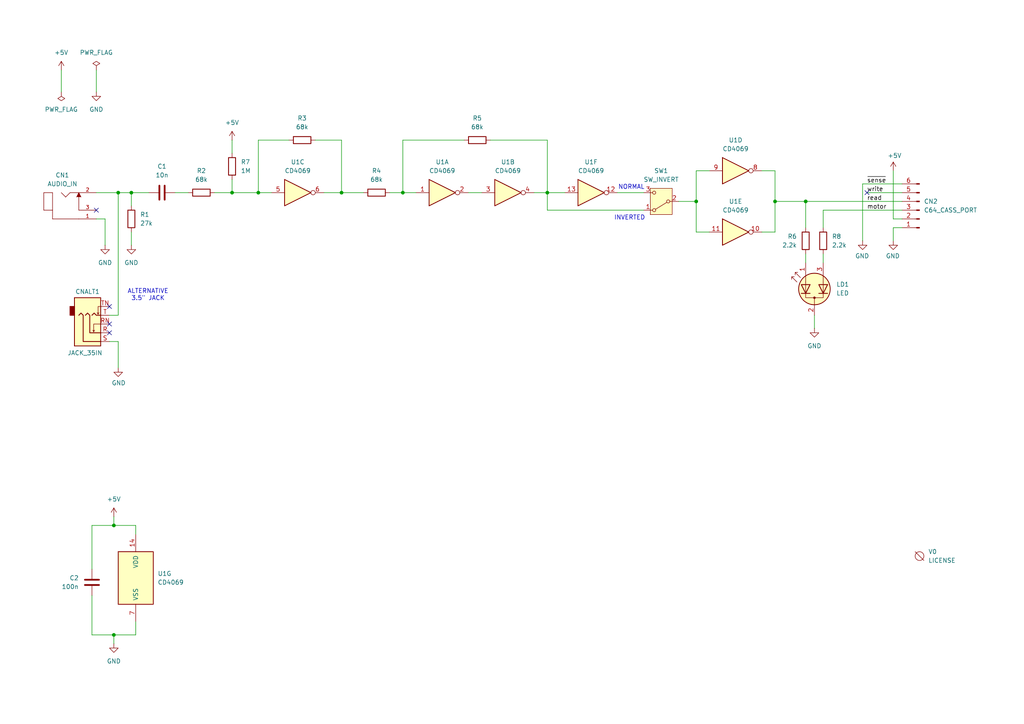
<source format=kicad_sch>
(kicad_sch (version 20231120) (generator "eeschema") (generator_version "8.0")
  (paper "A4")
  (title_block (title "MP32C64") (date "2025-02-06") (rev "1git") (company "SukkoPera") (comment 1 "Audio Device to C64 Datassette Adapter") (comment 2 "https://github.com/SukkoPera/MP32C64") (comment 3 "Original design by Kopsec"))
  (lib_symbols
    (symbol "4xxx:4069" (pin_names (offset 1.016))
      (property "Reference" "U" (at 0 1.27 0))
      (property "Value" "4069" (at 0 -1.27 0))
      (symbol "4069_1_0"
        (polyline (pts (xy -3.81 3.81) (xy -3.81 -3.81) (xy 3.81 0) (xy -3.81 3.81)) (stroke (width 0.254)) (fill (type background)))
        (pin input line (at -7.62 0 0) (length 3.81) (name "~") (number "1"))
        (pin output inverted (at 7.62 0 180) (length 3.81) (name "~") (number "2"))
      )
      (symbol "4069_2_0"
        (polyline (pts (xy -3.81 3.81) (xy -3.81 -3.81) (xy 3.81 0) (xy -3.81 3.81)) (stroke (width 0.254)) (fill (type background)))
        (pin input line (at -7.62 0 0) (length 3.81) (name "~") (number "3"))
        (pin output inverted (at 7.62 0 180) (length 3.81) (name "~") (number "4"))
      )
      (symbol "4069_3_0"
        (polyline (pts (xy -3.81 3.81) (xy -3.81 -3.81) (xy 3.81 0) (xy -3.81 3.81)) (stroke (width 0.254)) (fill (type background)))
        (pin input line (at -7.62 0 0) (length 3.81) (name "~") (number "5"))
        (pin output inverted (at 7.62 0 180) (length 3.81) (name "~") (number "6"))
      )
      (symbol "4069_4_0"
        (polyline (pts (xy -3.81 3.81) (xy -3.81 -3.81) (xy 3.81 0) (xy -3.81 3.81)) (stroke (width 0.254)) (fill (type background)))
        (pin output inverted (at 7.62 0 180) (length 3.81) (name "~") (number "8"))
        (pin input line (at -7.62 0 0) (length 3.81) (name "~") (number "9"))
      )
      (symbol "4069_5_0"
        (polyline (pts (xy -3.81 3.81) (xy -3.81 -3.81) (xy 3.81 0) (xy -3.81 3.81)) (stroke (width 0.254)) (fill (type background)))
        (pin output inverted (at 7.62 0 180) (length 3.81) (name "~") (number "10"))
        (pin input line (at -7.62 0 0) (length 3.81) (name "~") (number "11"))
      )
      (symbol "4069_6_0"
        (polyline (pts (xy -3.81 3.81) (xy -3.81 -3.81) (xy 3.81 0) (xy -3.81 3.81)) (stroke (width 0.254)) (fill (type background)))
        (pin output inverted (at 7.62 0 180) (length 3.81) (name "~") (number "12"))
        (pin input line (at -7.62 0 0) (length 3.81) (name "~") (number "13"))
      )
      (symbol "4069_7_0"
        (pin power_in line (at 0 12.7 270) (length 5.08) (name "VDD") (number "14"))
        (pin power_in line (at 0 -12.7 90) (length 5.08) (name "VSS") (number "7"))
      )
      (symbol "4069_7_1"
        (rectangle (start -5.08 7.62) (end 5.08 -7.62) (stroke (width 0.254)) (fill (type background)))
      )
    )
    (symbol "Connector:Conn_01x06_Pin" (pin_names (offset 1.016) hide)
      (property "Reference" "J" (at 0 7.62 0))
      (property "Value" "Conn_01x06_Pin" (at 0 -10.16 0))
      (symbol "Conn_01x06_Pin_1_1"
        (polyline (pts (xy 1.27 -7.62) (xy 0.8636 -7.62)) (stroke (width 0.1524)))
        (polyline (pts (xy 1.27 -5.08) (xy 0.8636 -5.08)) (stroke (width 0.1524)))
        (polyline (pts (xy 1.27 -2.54) (xy 0.8636 -2.54)) (stroke (width 0.1524)))
        (polyline (pts (xy 1.27 0) (xy 0.8636 0)) (stroke (width 0.1524)))
        (polyline (pts (xy 1.27 2.54) (xy 0.8636 2.54)) (stroke (width 0.1524)))
        (polyline (pts (xy 1.27 5.08) (xy 0.8636 5.08)) (stroke (width 0.1524)))
        (rectangle (start 0.8636 -7.493) (end 0 -7.747) (stroke (width 0.1524)) (fill (type outline)))
        (rectangle (start 0.8636 -4.953) (end 0 -5.207) (stroke (width 0.1524)) (fill (type outline)))
        (rectangle (start 0.8636 -2.413) (end 0 -2.667) (stroke (width 0.1524)) (fill (type outline)))
        (rectangle (start 0.8636 0.127) (end 0 -0.127) (stroke (width 0.1524)) (fill (type outline)))
        (rectangle (start 0.8636 2.667) (end 0 2.413) (stroke (width 0.1524)) (fill (type outline)))
        (rectangle (start 0.8636 5.207) (end 0 4.953) (stroke (width 0.1524)) (fill (type outline)))
        (pin passive line (at 5.08 5.08 180) (length 3.81) (name "Pin_1") (number "1"))
        (pin passive line (at 5.08 2.54 180) (length 3.81) (name "Pin_2") (number "2"))
        (pin passive line (at 5.08 0 180) (length 3.81) (name "Pin_3") (number "3"))
        (pin passive line (at 5.08 -2.54 180) (length 3.81) (name "Pin_4") (number "4"))
        (pin passive line (at 5.08 -5.08 180) (length 3.81) (name "Pin_5") (number "5"))
        (pin passive line (at 5.08 -7.62 180) (length 3.81) (name "Pin_6") (number "6"))
      )
    )
    (symbol "Connector_Audio:AudioJack3_SwitchTR"
      (property "Reference" "J" (at 0 8.89 0))
      (property "Value" "AudioJack3_SwitchTR" (at 0 6.35 0))
      (symbol "AudioJack3_SwitchTR_0_1"
        (rectangle (start -5.08 -5.08) (end -6.35 -7.62) (stroke (width 0.254)) (fill (type outline)))
        (polyline (pts (xy 0.508 -0.254) (xy 0.762 -0.762)))
        (polyline (pts (xy 1.778 -5.334) (xy 2.032 -5.842)))
        (polyline (pts (xy 0 -5.08) (xy 0.635 -5.715) (xy 1.27 -5.08) (xy 2.54 -5.08)) (stroke (width 0.254)))
        (polyline (pts (xy 2.54 -7.62) (xy 1.778 -7.62) (xy 1.778 -5.334) (xy 1.524 -5.842)))
        (polyline (pts (xy 2.54 -2.54) (xy 0.508 -2.54) (xy 0.508 -0.254) (xy 0.254 -0.762)))
        (polyline (pts (xy -1.905 -5.08) (xy -1.27 -5.715) (xy -0.635 -5.08) (xy -0.635 0) (xy 2.54 0)) (stroke (width 0.254)))
        (polyline (pts (xy 2.54 2.54) (xy -2.54 2.54) (xy -2.54 -5.08) (xy -3.175 -5.715) (xy -3.81 -5.08)) (stroke (width 0.254)))
        (rectangle (start 2.54 3.81) (end -5.08 -10.16) (stroke (width 0.254)) (fill (type background)))
      )
      (symbol "AudioJack3_SwitchTR_1_1"
        (pin passive line (at 5.08 0 180) (length 2.54) (name "~") (number "R"))
        (pin passive line (at 5.08 -2.54 180) (length 2.54) (name "~") (number "RN"))
        (pin passive line (at 5.08 2.54 180) (length 2.54) (name "~") (number "S"))
        (pin passive line (at 5.08 -5.08 180) (length 2.54) (name "~") (number "T"))
        (pin passive line (at 5.08 -7.62 180) (length 2.54) (name "~") (number "TN"))
      )
    )
    (symbol "Device:C" (pin_numbers hide) (pin_names (offset 0.254))
      (property "Reference" "C" (at 0.635 2.54 0))
      (property "Value" "C" (at 0.635 -2.54 0))
      (symbol "C_0_1"
        (polyline (pts (xy -2.032 -0.762) (xy 2.032 -0.762)) (stroke (width 0.508)))
        (polyline (pts (xy -2.032 0.762) (xy 2.032 0.762)) (stroke (width 0.508)))
      )
      (symbol "C_1_1"
        (pin passive line (at 0 3.81 270) (length 2.794) (name "~") (number "1"))
        (pin passive line (at 0 -3.81 90) (length 2.794) (name "~") (number "2"))
      )
    )
    (symbol "Device:LED_Dual_AKA" (pin_names (offset 0) hide)
      (property "Reference" "D" (at 0 5.715 0))
      (property "Value" "LED_Dual_AKA" (at 0 -6.35 0))
      (symbol "LED_Dual_AKA_0_1"
        (circle (center -2.54 0) (radius 0.2794) (fill (type outline)))
        (polyline (pts (xy -4.572 0) (xy -2.54 0)))
        (polyline (pts (xy -1.27 -1.27) (xy -1.27 -3.81)) (stroke (width 0.254)))
        (polyline (pts (xy -1.27 1.27) (xy -1.27 3.81)) (stroke (width 0.254)))
        (polyline (pts (xy 3.81 -2.54) (xy 1.905 -2.54)))
        (polyline (pts (xy 3.81 2.54) (xy 1.905 2.54)))
        (polyline (pts (xy 1.27 -3.81) (xy 1.27 -1.27) (xy -1.27 -2.54) (xy 1.27 -3.81)) (stroke (width 0.254)))
        (polyline (pts (xy 1.27 1.27) (xy 1.27 3.81) (xy -1.27 2.54) (xy 1.27 1.27)) (stroke (width 0.254)))
        (polyline (pts (xy 2.032 2.54) (xy -2.54 2.54) (xy -2.54 -2.54) (xy 2.032 -2.54)))
        (polyline (pts (xy 2.032 5.08) (xy 3.556 6.604) (xy 2.794 6.604) (xy 3.556 6.604) (xy 3.556 5.842)))
        (polyline (pts (xy 3.302 4.064) (xy 4.826 5.588) (xy 4.064 5.588) (xy 4.826 5.588) (xy 4.826 4.826)))
        (circle (center 0 0) (radius 4.572) (stroke (width 0.254)) (fill (type background)))
      )
      (symbol "LED_Dual_AKA_1_1"
        (pin input line (at 7.62 2.54 180) (length 3.81) (name "A1") (number "1"))
        (pin input line (at -7.62 0 0) (length 3.048) (name "K") (number "2"))
        (pin input line (at 7.62 -2.54 180) (length 3.81) (name "A2") (number "3"))
      )
    )
    (symbol "Device:R" (pin_numbers hide) (pin_names (offset 0))
      (property "Reference" "R" (at 2.032 0 90))
      (property "Value" "R" (at 0 0 90))
      (symbol "R_0_1"
        (rectangle (start -1.016 -2.54) (end 1.016 2.54) (stroke (width 0.254)))
      )
      (symbol "R_1_1"
        (pin passive line (at 0 3.81 270) (length 1.27) (name "~") (number "1"))
        (pin passive line (at 0 -3.81 90) (length 1.27) (name "~") (number "2"))
      )
    )
    (symbol "PJRAN1X1U01X:PJRAN1X1U01X" (pin_names (offset 1.016) hide)
      (property "Reference" "J" (at -5.08 8.89 0))
      (property "Value" "PJRAN1X1U01X" (at -5.08 -7.62 0))
      (symbol "PJRAN1X1U01X_0_0"
        (polyline (pts (xy -7.62 0) (xy -7.62 5.08)) (stroke (width 0.1524)))
        (polyline (pts (xy -7.62 5.08) (xy -5.08 5.08)) (stroke (width 0.1524)))
        (polyline (pts (xy -5.08 -2.54) (xy 2.54 -2.54)) (stroke (width 0.1524)))
        (polyline (pts (xy -5.08 0) (xy -7.62 0)) (stroke (width 0.1524)))
        (polyline (pts (xy -5.08 0) (xy -5.08 -2.54)) (stroke (width 0.1524)))
        (polyline (pts (xy -5.08 5.08) (xy -5.08 0)) (stroke (width 0.1524)))
        (polyline (pts (xy -2.54 5.08) (xy -1.27 3.81)) (stroke (width 0.1524)))
        (polyline (pts (xy -1.27 3.81) (xy 0 5.08)) (stroke (width 0.1524)))
        (polyline (pts (xy 0 5.08) (xy 2.54 5.08)) (stroke (width 0.1524)))
        (polyline (pts (xy 2.54 3.81) (xy 2.54 0)) (stroke (width 0.1524)))
        (polyline (pts (xy 1.905 3.81) (xy 2.54 5.08) (xy 3.175 3.81)) (stroke (width 0.1524)) (fill (type outline)))
        (pin passive line (at 7.62 -2.54 180) (length 5.08) (name "1") (number "1"))
        (pin passive line (at 7.62 5.08 180) (length 5.08) (name "2") (number "2"))
        (pin passive line (at 7.62 0 180) (length 5.08) (name "3") (number "3"))
      )
    )
    (symbol "Switch:SW_SPDT" (pin_names (offset 0) hide)
      (property "Reference" "SW" (at 0 5.08 0))
      (property "Value" "SW_SPDT" (at 0 -5.08 0))
      (symbol "SW_SPDT_0_1"
        (circle (center -2.032 0) (radius 0.4572))
        (polyline (pts (xy -1.651 0.254) (xy 1.651 2.286)))
        (circle (center 2.032 -2.54) (radius 0.4572))
        (circle (center 2.032 2.54) (radius 0.4572))
      )
      (symbol "SW_SPDT_1_1"
        (rectangle (start -3.175 3.81) (end 3.175 -3.81) (fill (type background)))
        (pin passive line (at 5.08 2.54 180) (length 2.54) (name "A") (number "1"))
        (pin passive line (at -5.08 0 0) (length 2.54) (name "B") (number "2"))
        (pin passive line (at 5.08 -2.54 180) (length 2.54) (name "C") (number "3"))
      )
    )
    (symbol "power:+5V" (power) (pin_numbers hide) (pin_names (offset 0) hide)
      (property "Value" "+5V" (at 0 3.556 0))
      (symbol "+5V_0_1"
        (polyline (pts (xy -0.762 1.27) (xy 0 2.54)))
        (polyline (pts (xy 0 0) (xy 0 2.54)))
        (polyline (pts (xy 0 2.54) (xy 0.762 1.27)))
      )
      (symbol "+5V_1_1"
        (pin power_in line (at 0 0 90) (length 0) (name "~") (number "1"))
      )
    )
    (symbol "power:GND" (power) (pin_numbers hide) (pin_names (offset 0) hide)
      (property "Value" "GND" (at 0 -3.81 0))
      (symbol "GND_0_1"
        (polyline (pts (xy 0 0) (xy 0 -1.27) (xy 1.27 -1.27) (xy 0 -2.54) (xy -1.27 -1.27) (xy 0 -1.27)))
      )
      (symbol "GND_1_1"
        (pin power_in line (at 0 0 270) (length 0) (name "~") (number "1"))
      )
    )
    (symbol "power:PWR_FLAG" (power) (pin_numbers hide) (pin_names (offset 0) hide)
      (property "Value" "PWR_FLAG" (at 0 3.81 0))
      (symbol "PWR_FLAG_0_0"
        (pin power_out line (at 0 0 90) (length 0) (name "~") (number "1"))
      )
      (symbol "PWR_FLAG_0_1"
        (polyline (pts (xy 0 0) (xy 0 1.27) (xy -1.016 1.905) (xy 0 2.54) (xy 1.016 1.905) (xy 0 1.27)))
      )
    )
    (symbol "void:Void" (pin_numbers hide) (pin_names (offset 0) hide)
      (property "Reference" "V" (at 0 -2.54 0))
      (property "Value" "Void" (at 0 2.54 0))
      (symbol "Void_0_1"
        (polyline (pts (xy -1.27 1.27) (xy 1.27 -1.27)))
        (circle (center 0 0) (radius 1.27))
      )
    )
  )
  (junction (at 201.93 58.42))
  (junction (at 74.93 55.88))
  (junction (at 233.68 58.42))
  (junction (at 33.02 152.4))
  (junction (at 99.06 55.88))
  (junction (at 67.31 55.88))
  (junction (at 158.75 55.88))
  (junction (at 34.29 55.88))
  (junction (at 116.84 55.88))
  (junction (at 224.79 58.42))
  (junction (at 33.02 184.15))
  (junction (at 38.1 55.88))
  (no_connect (at 27.94 60.96))
  (no_connect (at 31.75 96.52))
  (no_connect (at 31.75 88.9))
  (no_connect (at 251.46 55.88))
  (no_connect (at 31.75 93.98))
  (wire (pts (xy 158.75 55.88) (xy 158.75 60.96)))
  (wire (pts (xy 33.02 152.4) (xy 39.37 152.4)))
  (wire (pts (xy 158.75 40.64) (xy 158.75 55.88)))
  (wire (pts (xy 99.06 55.88) (xy 93.98 55.88)))
  (wire (pts (xy 27.94 55.88) (xy 34.29 55.88)))
  (wire (pts (xy 261.62 55.88) (xy 251.46 55.88)))
  (wire (pts (xy 116.84 55.88) (xy 116.84 40.64)))
  (wire (pts (xy 99.06 40.64) (xy 99.06 55.88)))
  (wire (pts (xy 34.29 99.06) (xy 34.29 106.68)))
  (wire (pts (xy 27.94 63.5) (xy 30.48 63.5)))
  (wire (pts (xy 113.03 55.88) (xy 116.84 55.88)))
  (wire (pts (xy 26.67 165.1) (xy 26.67 152.4)))
  (wire (pts (xy 201.93 58.42) (xy 201.93 67.31)))
  (wire (pts (xy 233.68 58.42) (xy 233.68 66.04)))
  (wire (pts (xy 238.76 73.66) (xy 238.76 76.2)))
  (wire (pts (xy 196.85 58.42) (xy 201.93 58.42)))
  (wire (pts (xy 158.75 55.88) (xy 154.94 55.88)))
  (wire (pts (xy 142.24 40.64) (xy 158.75 40.64)))
  (wire (pts (xy 224.79 49.53) (xy 224.79 58.42)))
  (wire (pts (xy 158.75 60.96) (xy 186.69 60.96)))
  (wire (pts (xy 34.29 55.88) (xy 38.1 55.88)))
  (wire (pts (xy 220.98 49.53) (xy 224.79 49.53)))
  (wire (pts (xy 74.93 55.88) (xy 74.93 40.64)))
  (wire (pts (xy 259.08 66.04) (xy 259.08 69.85)))
  (wire (pts (xy 135.89 55.88) (xy 139.7 55.88)))
  (wire (pts (xy 201.93 49.53) (xy 205.74 49.53)))
  (wire (pts (xy 201.93 58.42) (xy 201.93 49.53)))
  (wire (pts (xy 33.02 184.15) (xy 39.37 184.15)))
  (wire (pts (xy 99.06 55.88) (xy 105.41 55.88)))
  (wire (pts (xy 17.78 20.32) (xy 17.78 26.67)))
  (wire (pts (xy 30.48 63.5) (xy 30.48 71.12)))
  (wire (pts (xy 33.02 184.15) (xy 33.02 186.69)))
  (wire (pts (xy 31.75 99.06) (xy 34.29 99.06)))
  (wire (pts (xy 67.31 40.64) (xy 67.31 44.45)))
  (wire (pts (xy 39.37 184.15) (xy 39.37 180.34)))
  (wire (pts (xy 50.8 55.88) (xy 54.61 55.88)))
  (wire (pts (xy 26.67 152.4) (xy 33.02 152.4)))
  (wire (pts (xy 67.31 55.88) (xy 67.31 52.07)))
  (wire (pts (xy 116.84 55.88) (xy 120.65 55.88)))
  (wire (pts (xy 116.84 40.64) (xy 134.62 40.64)))
  (wire (pts (xy 33.02 149.86) (xy 33.02 152.4)))
  (wire (pts (xy 236.22 91.44) (xy 236.22 95.25)))
  (wire (pts (xy 250.19 53.34) (xy 250.19 69.85)))
  (wire (pts (xy 34.29 55.88) (xy 34.29 91.44)))
  (wire (pts (xy 261.62 63.5) (xy 259.08 63.5)))
  (wire (pts (xy 62.23 55.88) (xy 67.31 55.88)))
  (wire (pts (xy 27.94 20.32) (xy 27.94 26.67)))
  (wire (pts (xy 238.76 60.96) (xy 238.76 66.04)))
  (wire (pts (xy 259.08 63.5) (xy 259.08 49.53)))
  (wire (pts (xy 38.1 55.88) (xy 38.1 59.69)))
  (wire (pts (xy 26.67 172.72) (xy 26.67 184.15)))
  (wire (pts (xy 39.37 152.4) (xy 39.37 154.94)))
  (wire (pts (xy 38.1 55.88) (xy 43.18 55.88)))
  (wire (pts (xy 74.93 55.88) (xy 78.74 55.88)))
  (wire (pts (xy 233.68 73.66) (xy 233.68 76.2)))
  (wire (pts (xy 26.67 184.15) (xy 33.02 184.15)))
  (wire (pts (xy 201.93 67.31) (xy 205.74 67.31)))
  (wire (pts (xy 38.1 67.31) (xy 38.1 71.12)))
  (wire (pts (xy 74.93 40.64) (xy 83.82 40.64)))
  (wire (pts (xy 250.19 53.34) (xy 261.62 53.34)))
  (wire (pts (xy 224.79 58.42) (xy 233.68 58.42)))
  (wire (pts (xy 238.76 60.96) (xy 261.62 60.96)))
  (wire (pts (xy 233.68 58.42) (xy 261.62 58.42)))
  (wire (pts (xy 179.07 55.88) (xy 186.69 55.88)))
  (wire (pts (xy 158.75 55.88) (xy 163.83 55.88)))
  (wire (pts (xy 261.62 66.04) (xy 259.08 66.04)))
  (wire (pts (xy 67.31 55.88) (xy 74.93 55.88)))
  (wire (pts (xy 224.79 67.31) (xy 220.98 67.31)))
  (wire (pts (xy 34.29 91.44) (xy 31.75 91.44)))
  (wire (pts (xy 224.79 58.42) (xy 224.79 67.31)))
  (wire (pts (xy 91.44 40.64) (xy 99.06 40.64)))
  (text "NORMAL" (at 183.134 54.356 0) (effects (font (size 1.27 1.27))))
  (text "INVERTED" (at 182.626 63.246 0) (effects (font (size 1.27 1.27))))
  (text "ALTERNATIVE\n3.5\" JACK" (at 42.926 85.598 0) (effects (font (size 1.27 1.27))))
  (label "read" (at 251.46 58.42 0))
  (label "motor" (at 251.46 60.96 0))
  (label "~{sense}" (at 251.46 53.34 0))
  (label "write" (at 251.46 55.88 0))
  (symbol (lib_id "power:GND") (at 34.29 106.68 0) (unit 1)
    (property "Reference" "#PWR012" (effects (hide yes)))
    (property "Value" "GND" (at 34.417 111.0742 0))
  )
  (symbol (lib_id "4xxx:4069") (at 39.37 167.64 0) (unit 7)
    (property "Reference" "U1" (at 45.72 166.3699 0) (effects (justify left)))
    (property "Value" "CD4069" (at 45.72 168.9099 0) (effects (justify left)))
    (property "Footprint" "Package_DIP:DIP-14_W7.62mm_Socket_LongPads" (effects (hide yes)))
    (property "Datasheet" "http://www.intersil.com/content/dam/Intersil/documents/cd40/cd4069ubms.pdf" (effects (hide yes)))
    (property "Description" "Hex inverter" (effects (hide yes)))
  )
  (symbol (lib_id "4xxx:4069") (at 213.36 49.53 0) (unit 4)
    (property "Reference" "U1" (at 213.36 40.64 0))
    (property "Value" "CD4069" (at 213.36 43.18 0))
    (property "Footprint" "Package_DIP:DIP-14_W7.62mm_Socket_LongPads" (effects (hide yes)))
    (property "Datasheet" "http://www.intersil.com/content/dam/Intersil/documents/cd40/cd4069ubms.pdf" (effects (hide yes)))
    (property "Description" "Hex inverter" (effects (hide yes)))
  )
  (symbol (lib_id "Device:R") (at 87.63 40.64 270) (unit 1)
    (property "Reference" "R3" (at 87.63 34.29 90))
    (property "Value" "68k" (at 87.63 36.83 90))
    (property "Footprint" "Resistor_THT:R_Axial_DIN0207_L6.3mm_D2.5mm_P10.16mm_Horizontal" (effects (hide yes)))
    (property "Description" "Resistor" (effects (hide yes)))
  )
  (symbol (lib_id "4xxx:4069") (at 171.45 55.88 0) (unit 6)
    (property "Reference" "U1" (at 171.45 46.99 0))
    (property "Value" "CD4069" (at 171.45 49.53 0))
    (property "Footprint" "Package_DIP:DIP-14_W7.62mm_Socket_LongPads" (effects (hide yes)))
    (property "Datasheet" "http://www.intersil.com/content/dam/Intersil/documents/cd40/cd4069ubms.pdf" (effects (hide yes)))
    (property "Description" "Hex inverter" (effects (hide yes)))
  )
  (symbol (lib_id "Device:R") (at 38.1 63.5 180) (unit 1)
    (property "Reference" "R1" (at 40.64 62.2299 0) (effects (justify right)))
    (property "Value" "27k" (at 40.64 64.7699 0) (effects (justify right)))
    (property "Footprint" "Resistor_THT:R_Axial_DIN0207_L6.3mm_D2.5mm_P10.16mm_Horizontal" (effects (hide yes)))
    (property "Description" "Resistor" (effects (hide yes)))
  )
  (symbol (lib_id "Device:R") (at 138.43 40.64 270) (unit 1)
    (property "Reference" "R5" (at 138.43 34.29 90))
    (property "Value" "68k" (at 138.43 36.83 90))
    (property "Footprint" "Resistor_THT:R_Axial_DIN0207_L6.3mm_D2.5mm_P10.16mm_Horizontal" (effects (hide yes)))
    (property "Description" "Resistor" (effects (hide yes)))
  )
  (symbol (lib_id "Connector_Audio:AudioJack3_SwitchTR") (at 26.67 96.52 0) (mirror x) (unit 1)
    (property "Reference" "CNALT1" (at 28.956 84.582 0) (effects (justify right)))
    (property "Value" "JACK_35IN" (at 29.718 102.362 0) (effects (justify right)))
    (property "Footprint" "MP32C64:AudioJack_SJ1-3525N" (effects (hide yes)))
    (property "Description" "Audio Jack, 3 Poles (Stereo / TRS), Switched TR Poles (Normalling)" (effects (hide yes)))
  )
  (symbol (lib_id "4xxx:4069") (at 147.32 55.88 0) (unit 2)
    (property "Reference" "U1" (at 147.32 46.99 0))
    (property "Value" "CD4069" (at 147.32 49.53 0))
    (property "Footprint" "Package_DIP:DIP-14_W7.62mm_Socket_LongPads" (effects (hide yes)))
    (property "Datasheet" "http://www.intersil.com/content/dam/Intersil/documents/cd40/cd4069ubms.pdf" (effects (hide yes)))
    (property "Description" "Hex inverter" (effects (hide yes)))
  )
  (symbol (lib_id "4xxx:4069") (at 213.36 67.31 0) (unit 5)
    (property "Reference" "U1" (at 213.36 58.42 0))
    (property "Value" "CD4069" (at 213.36 60.96 0))
    (property "Footprint" "Package_DIP:DIP-14_W7.62mm_Socket_LongPads" (effects (hide yes)))
    (property "Datasheet" "http://www.intersil.com/content/dam/Intersil/documents/cd40/cd4069ubms.pdf" (effects (hide yes)))
    (property "Description" "Hex inverter" (effects (hide yes)))
  )
  (symbol (lib_id "Device:R") (at 67.31 48.26 180) (unit 1)
    (property "Reference" "R7" (at 69.85 46.9899 0) (effects (justify right)))
    (property "Value" "1M" (at 69.85 49.5299 0) (effects (justify right)))
    (property "Footprint" "Resistor_THT:R_Axial_DIN0207_L6.3mm_D2.5mm_P10.16mm_Horizontal" (effects (hide yes)))
    (property "Description" "Resistor" (effects (hide yes)))
  )
  (symbol (lib_id "PJRAN1X1U01X:PJRAN1X1U01X") (at 20.32 60.96 0) (unit 1)
    (property "Reference" "CN1" (at 18.0975 50.8 0))
    (property "Value" "AUDIO_IN" (at 18.0975 53.34 0))
    (property "Footprint" "MP32C64:SWITCHCRAFT_PJRAN1X1U01X" (effects (hide yes)))
    (property "Datasheet" "A" (effects (hide yes)))
  )
  (symbol (lib_id "power:+5V") (at 259.08 49.53 0) (unit 1)
    (property "Reference" "#PWR07" (effects (hide yes)))
    (property "Value" "+5V" (at 259.461 45.1358 0))
  )
  (symbol (lib_id "Switch:SW_SPDT") (at 191.77 58.42 180) (unit 1)
    (property "Reference" "SW1" (at 191.77 49.53 0))
    (property "Value" "SW_INVERT" (at 191.77 52.07 0))
    (property "Footprint" "Connector_PinHeader_2.54mm:PinHeader_1x03_P2.54mm_Vertical" (effects (hide yes)))
    (property "Description" "Switch, single pole double throw" (effects (hide yes)))
  )
  (symbol (lib_id "power:+5V") (at 33.02 149.86 0) (unit 1)
    (property "Reference" "#PWR06" (effects (hide yes)))
    (property "Value" "+5V" (at 33.02 144.78 0))
    (property "Description" "Power symbol creates a global label with name \"+5V\"" (effects (hide yes)))
  )
  (symbol (lib_id "power:GND") (at 30.48 71.12 0) (unit 1)
    (property "Reference" "#PWR01" (effects (hide yes)))
    (property "Value" "GND" (at 30.48 76.2 0))
    (property "Description" "Power symbol creates a global label with name \"GND\" , ground" (effects (hide yes)))
  )
  (symbol (lib_id "power:PWR_FLAG") (at 27.94 20.32 0) (unit 1)
    (property "Reference" "#FLG01" (effects (hide yes)))
    (property "Value" "PWR_FLAG" (at 27.94 15.24 0))
    (property "Description" "Special symbol for telling ERC where power comes from" (effects (hide yes)))
  )
  (symbol (lib_id "Connector:Conn_01x06_Pin") (at 266.7 60.96 180) (unit 1)
    (property "Reference" "CN2" (at 267.97 58.4199 0) (effects (justify right)))
    (property "Value" "C64_CASS_PORT" (at 267.97 60.9599 0) (effects (justify right)))
    (property "Footprint" "MP32C64:C64-Cassette-Port-Female" (effects (hide yes)))
    (property "Description" "Generic connector, single row, 01x06, script generated" (effects (hide yes)))
  )
  (symbol (lib_id "power:PWR_FLAG") (at 17.78 26.67 180) (unit 1)
    (property "Reference" "#FLG02" (effects (hide yes)))
    (property "Value" "PWR_FLAG" (at 17.78 31.75 0))
    (property "Description" "Special symbol for telling ERC where power comes from" (effects (hide yes)))
  )
  (symbol (lib_id "power:GND") (at 27.94 26.67 0) (unit 1)
    (property "Reference" "#PWR011" (effects (hide yes)))
    (property "Value" "GND" (at 27.94 31.75 0))
    (property "Description" "Power symbol creates a global label with name \"GND\" , ground" (effects (hide yes)))
  )
  (symbol (lib_id "Device:R") (at 238.76 69.85 180) (unit 1)
    (property "Reference" "R8" (at 241.3 68.5799 0) (effects (justify right)))
    (property "Value" "2.2k" (at 241.3 71.1199 0) (effects (justify right)))
    (property "Footprint" "Resistor_THT:R_Axial_DIN0207_L6.3mm_D2.5mm_P10.16mm_Horizontal" (effects (hide yes)))
    (property "Description" "Resistor" (effects (hide yes)))
  )
  (symbol (lib_id "4xxx:4069") (at 86.36 55.88 0) (unit 3)
    (property "Reference" "U1" (at 86.36 46.99 0))
    (property "Value" "CD4069" (at 86.36 49.53 0))
    (property "Footprint" "Package_DIP:DIP-14_W7.62mm_Socket_LongPads" (effects (hide yes)))
    (property "Datasheet" "http://www.intersil.com/content/dam/Intersil/documents/cd40/cd4069ubms.pdf" (effects (hide yes)))
    (property "Description" "Hex inverter" (effects (hide yes)))
  )
  (symbol (lib_id "void:Void") (at 266.7 161.29 0) (unit 1)
    (property "Reference" "V0" (at 269.24 160.0199 0) (effects (justify left)))
    (property "Value" "LICENSE" (at 269.24 162.5599 0) (effects (justify left)))
    (property "Footprint" "MP32C64:cc_by_nc_sa_small" (effects (hide yes)))
  )
  (symbol (lib_id "power:GND") (at 250.19 69.85 0) (mirror y) (unit 1)
    (property "Reference" "#PWR03" (effects (hide yes)))
    (property "Value" "GND" (at 250.063 74.2442 0))
  )
  (symbol (lib_id "Device:R") (at 58.42 55.88 270) (unit 1)
    (property "Reference" "R2" (at 58.42 49.53 90))
    (property "Value" "68k" (at 58.42 52.07 90))
    (property "Footprint" "Resistor_THT:R_Axial_DIN0207_L6.3mm_D2.5mm_P10.16mm_Horizontal" (effects (hide yes)))
    (property "Description" "Resistor" (effects (hide yes)))
  )
  (symbol (lib_id "power:GND") (at 38.1 71.12 0) (unit 1)
    (property "Reference" "#PWR02" (effects (hide yes)))
    (property "Value" "GND" (at 38.1 76.2 0))
    (property "Description" "Power symbol creates a global label with name \"GND\" , ground" (effects (hide yes)))
  )
  (symbol (lib_id "power:GND") (at 33.02 186.69 0) (unit 1)
    (property "Reference" "#PWR05" (effects (hide yes)))
    (property "Value" "GND" (at 33.02 191.77 0))
    (property "Description" "Power symbol creates a global label with name \"GND\" , ground" (effects (hide yes)))
  )
  (symbol (lib_id "Device:R") (at 233.68 69.85 180) (unit 1)
    (property "Reference" "R6" (at 231.14 68.5799 0) (effects (justify left)))
    (property "Value" "2.2k" (at 231.14 71.1199 0) (effects (justify left)))
    (property "Footprint" "Resistor_THT:R_Axial_DIN0207_L6.3mm_D2.5mm_P10.16mm_Horizontal" (effects (hide yes)))
    (property "Description" "Resistor" (effects (hide yes)))
  )
  (symbol (lib_id "power:+5V") (at 67.31 40.64 0) (unit 1)
    (property "Reference" "#PWR04" (effects (hide yes)))
    (property "Value" "+5V" (at 67.31 35.56 0))
    (property "Description" "Power symbol creates a global label with name \"+5V\"" (effects (hide yes)))
  )
  (symbol (lib_id "Device:LED_Dual_AKA") (at 236.22 83.82 90) (unit 1)
    (property "Reference" "LD1" (at 242.57 82.4864 90) (effects (justify right)))
    (property "Value" "LED" (at 242.57 85.0264 90) (effects (justify right)))
    (property "Footprint" "LED_THT:LED_D3.0mm-3" (effects (hide yes)))
    (property "Description" "Dual LED, common cathode on pin 2" (effects (hide yes)))
  )
  (symbol (lib_id "Device:C") (at 26.67 168.91 180) (unit 1)
    (property "Reference" "C2" (at 22.86 167.6399 0) (effects (justify left)))
    (property "Value" "100n" (at 22.86 170.1799 0) (effects (justify left)))
    (property "Footprint" "Capacitor_THT:C_Disc_D7.0mm_W2.5mm_P5.00mm" (effects (hide yes)))
    (property "Description" "Unpolarized capacitor" (effects (hide yes)))
  )
  (symbol (lib_id "power:GND") (at 236.22 95.25 0) (unit 1)
    (property "Reference" "#PWR09" (effects (hide yes)))
    (property "Value" "GND" (at 236.22 100.33 0))
    (property "Description" "Power symbol creates a global label with name \"GND\" , ground" (effects (hide yes)))
  )
  (symbol (lib_id "Device:C") (at 46.99 55.88 90) (unit 1)
    (property "Reference" "C1" (at 46.99 48.26 90))
    (property "Value" "10n" (at 46.99 50.8 90))
    (property "Footprint" "Capacitor_THT:C_Disc_D7.0mm_W2.5mm_P5.00mm" (effects (hide yes)))
    (property "Description" "Unpolarized capacitor" (effects (hide yes)))
  )
  (symbol (lib_id "power:GND") (at 259.08 69.85 0) (mirror y) (unit 1)
    (property "Reference" "#PWR08" (effects (hide yes)))
    (property "Value" "GND" (at 258.953 74.2442 0))
  )
  (symbol (lib_id "4xxx:4069") (at 128.27 55.88 0) (unit 1)
    (property "Reference" "U1" (at 128.27 46.99 0))
    (property "Value" "CD4069" (at 128.27 49.53 0))
    (property "Footprint" "Package_DIP:DIP-14_W7.62mm_Socket_LongPads" (effects (hide yes)))
    (property "Datasheet" "http://www.intersil.com/content/dam/Intersil/documents/cd40/cd4069ubms.pdf" (effects (hide yes)))
    (property "Description" "Hex inverter" (effects (hide yes)))
  )
  (symbol (lib_id "power:+5V") (at 17.78 20.32 0) (unit 1)
    (property "Reference" "#PWR010" (effects (hide yes)))
    (property "Value" "+5V" (at 17.78 15.24 0))
    (property "Description" "Power symbol creates a global label with name \"+5V\"" (effects (hide yes)))
  )
  (symbol (lib_id "Device:R") (at 109.22 55.88 270) (unit 1)
    (property "Reference" "R4" (at 109.22 49.53 90))
    (property "Value" "68k" (at 109.22 52.07 90))
    (property "Footprint" "Resistor_THT:R_Axial_DIN0207_L6.3mm_D2.5mm_P10.16mm_Horizontal" (effects (hide yes)))
    (property "Description" "Resistor" (effects (hide yes)))
  )
)
</source>
